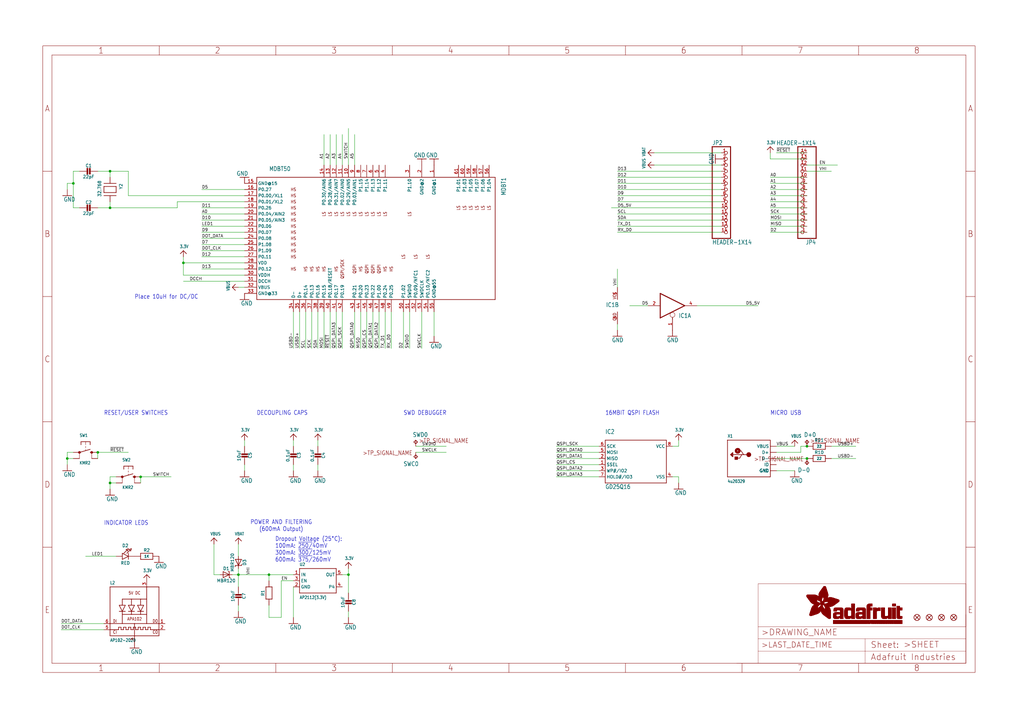
<source format=kicad_sch>
(kicad_sch (version 20211123) (generator eeschema)
  (paper "User" 425.45 299.161)
  (lib_symbols
    (symbol "eagleSchem-eagle-import:3.3V" (power)
      (property "Value" "3.3V" (at -1.524 1.016 0))
      (symbol "3.3V_1_0"
        (pin power_in line (at 0 -2.54 90) (length 2.54) (name "3.3V") (number "1"))
      )
    )
    (symbol "eagleSchem-eagle-import:741G125DBV"
      (property "Reference" "IC" (at -0.635 -0.635 0))
      (symbol "741G125DBV_1_0"
        (pin input line (at 0 10.16 270) (length 5.08) (name "OE") (number "1"))
        (pin input line (at -10.16 0 0) (length 5.08) (name "I") (number "2"))
        (pin tri_state line (at 10.16 0 180) (length 5.08) (name "O") (number "4"))
      )
      (symbol "741G125DBV_2_0"
        (text "GND" (at 1.905 -6.35 900) (effects (font (size 1.27 1.0795)) (justify left bottom)))
        (text "VCC" (at 1.905 2.54 900) (effects (font (size 1.27 1.0795)) (justify left bottom)))
        (pin power_in line (at 0 -7.62 90) (length 5.08) (name "GND") (number "3"))
        (pin power_in line (at 0 7.62 270) (length 5.08) (name "VCC") (number "5"))
      )
    )
    (symbol "eagleSchem-eagle-import:APA1022020"
      (property "Value" "APA1022020" (at -10.16 -12.7 0))
      (symbol "APA1022020_1_0"
        (text "5V DC" (at 0 7.62 0) (effects (font (size 1.27 1.0795))))
        (text "APA102" (at 0 -3.175 0) (effects (font (size 1.27 1.0795))))
        (text "CI" (at -8.128 -8.636 0) (effects (font (size 1.27 1.0795))))
        (text "CO" (at 8.636 -8.636 0) (effects (font (size 1.27 1.0795))))
        (text "DI" (at -8.128 -4.064 0) (effects (font (size 1.27 1.0795))))
        (text "DO" (at 8.636 -4.064 0) (effects (font (size 1.27 1.0795))))
        (pin output line (at 12.7 -5.08 180) (length 2.54) (name "DO") (number "1"))
        (pin output line (at 12.7 -7.62 180) (length 2.54) (name "CKO") (number "2"))
        (pin power_in line (at 5.08 12.7 270) (length 2.54) (name "VDD") (number "3"))
        (pin power_in line (at 0 -12.7 90) (length 2.54) (name "GND") (number "4"))
        (pin input line (at -12.7 -7.62 0) (length 2.54) (name "CKI") (number "5"))
        (pin input line (at -12.7 -5.08 0) (length 2.54) (name "DI") (number "6"))
      )
    )
    (symbol "eagleSchem-eagle-import:CAP_CERAMIC0603_NO"
      (property "Reference" "C" (at -2.29 1.25 90))
      (property "Value" "CAP_CERAMIC0603_NO" (at 2.3 1.25 90))
      (symbol "CAP_CERAMIC0603_NO_1_0"
        (pin passive line (at 0 5.08 270) (length 2.54) (name "1") (number "1"))
        (pin passive line (at 0 -2.54 90) (length 2.54) (name "2") (number "2"))
      )
    )
    (symbol "eagleSchem-eagle-import:CAP_CERAMIC0805-NOOUTLINE"
      (property "Reference" "C" (at -2.29 1.25 90))
      (property "Value" "CAP_CERAMIC0805-NOOUTLINE" (at 2.3 1.25 90))
      (symbol "CAP_CERAMIC0805-NOOUTLINE_1_0"
        (pin passive line (at 0 5.08 270) (length 2.54) (name "1") (number "1"))
        (pin passive line (at 0 -2.54 90) (length 2.54) (name "2") (number "2"))
      )
    )
    (symbol "eagleSchem-eagle-import:CAP_CERAMIC_0603MP"
      (property "Reference" "C" (at -2.29 1.25 90))
      (property "Value" "CAP_CERAMIC_0603MP" (at 2.3 1.25 90))
      (symbol "CAP_CERAMIC_0603MP_1_0"
        (pin passive line (at 0 5.08 270) (length 2.54) (name "1") (number "1"))
        (pin passive line (at 0 -2.54 90) (length 2.54) (name "2") (number "2"))
      )
    )
    (symbol "eagleSchem-eagle-import:DIODE-SCHOTTKYSOD-123"
      (property "Reference" "D" (at 0 2.54 0))
      (property "Value" "DIODE-SCHOTTKYSOD-123" (at 0 -2.5 0))
      (symbol "DIODE-SCHOTTKYSOD-123_1_0"
        (pin passive line (at -2.54 0 0) (length 2.54) (name "A") (number "A"))
        (pin passive line (at 2.54 0 180) (length 2.54) (name "C") (number "C"))
      )
    )
    (symbol "eagleSchem-eagle-import:FIDUCIAL_1MM")
    (symbol "eagleSchem-eagle-import:FRAME_A3_ADAFRUIT"
      (symbol "FRAME_A3_ADAFRUIT_1_0"
        (text "1" (at 24.2094 1.905 0) (effects (font (size 2.54 2.286))))
        (text "1" (at 24.2094 258.445 0) (effects (font (size 2.54 2.286))))
        (text "2" (at 72.6281 1.905 0) (effects (font (size 2.54 2.286))))
        (text "2" (at 72.6281 258.445 0) (effects (font (size 2.54 2.286))))
        (text "3" (at 121.0469 1.905 0) (effects (font (size 2.54 2.286))))
        (text "3" (at 121.0469 258.445 0) (effects (font (size 2.54 2.286))))
        (text "4" (at 169.4656 1.905 0) (effects (font (size 2.54 2.286))))
        (text "4" (at 169.4656 258.445 0) (effects (font (size 2.54 2.286))))
        (text "5" (at 217.8844 1.905 0) (effects (font (size 2.54 2.286))))
        (text "5" (at 217.8844 258.445 0) (effects (font (size 2.54 2.286))))
        (text "6" (at 266.3031 1.905 0) (effects (font (size 2.54 2.286))))
        (text "6" (at 266.3031 258.445 0) (effects (font (size 2.54 2.286))))
        (text "7" (at 314.7219 1.905 0) (effects (font (size 2.54 2.286))))
        (text "7" (at 314.7219 258.445 0) (effects (font (size 2.54 2.286))))
        (text "8" (at 363.1406 1.905 0) (effects (font (size 2.54 2.286))))
        (text "8" (at 363.1406 258.445 0) (effects (font (size 2.54 2.286))))
        (text ">DRAWING_NAME" (at 298.45 15.24 0) (effects (font (size 2.54 2.54)) (justify left bottom)))
        (text ">LAST_DATE_TIME" (at 298.45 10.16 0) (effects (font (size 2.286 2.286)) (justify left bottom)))
        (text ">SHEET" (at 357.505 10.16 0) (effects (font (size 2.54 2.54)) (justify left bottom)))
        (text "A" (at 1.905 234.315 0) (effects (font (size 2.54 2.286))))
        (text "A" (at 385.445 234.315 0) (effects (font (size 2.54 2.286))))
        (text "Adafruit Industries" (at 343.916 4.953 0) (effects (font (size 2.54 2.54)) (justify left bottom)))
        (text "B" (at 1.905 182.245 0) (effects (font (size 2.54 2.286))))
        (text "B" (at 385.445 182.245 0) (effects (font (size 2.54 2.286))))
        (text "C" (at 1.905 130.175 0) (effects (font (size 2.54 2.286))))
        (text "C" (at 385.445 130.175 0) (effects (font (size 2.54 2.286))))
        (text "D" (at 1.905 78.105 0) (effects (font (size 2.54 2.286))))
        (text "D" (at 385.445 78.105 0) (effects (font (size 2.54 2.286))))
        (text "E" (at 1.905 26.035 0) (effects (font (size 2.54 2.286))))
        (text "E" (at 385.445 26.035 0) (effects (font (size 2.54 2.286))))
        (text "Sheet:" (at 343.916 10.033 0) (effects (font (size 2.54 2.54)) (justify left bottom)))
      )
    )
    (symbol "eagleSchem-eagle-import:GND" (power)
      (property "Value" "GND" (at -2.54 -2.54 0))
      (symbol "GND_1_0"
        (pin power_in line (at 0 2.54 270) (length 2.54) (name "GND") (number "1"))
      )
    )
    (symbol "eagleSchem-eagle-import:HEADER-1X14"
      (property "Reference" "JP" (at -6.35 20.955 0))
      (property "Value" "HEADER-1X14" (at -6.35 -20.32 0))
      (symbol "HEADER-1X14_1_0"
        (pin passive inverted (at -2.54 17.78 0) (length 2.54) (name "1") (number "1"))
        (pin passive inverted (at -2.54 -5.08 0) (length 2.54) (name "10") (number "10"))
        (pin passive inverted (at -2.54 -7.62 0) (length 2.54) (name "11") (number "11"))
        (pin passive inverted (at -2.54 -10.16 0) (length 2.54) (name "12") (number "12"))
        (pin passive inverted (at -2.54 -12.7 0) (length 2.54) (name "13") (number "13"))
        (pin passive inverted (at -2.54 -15.24 0) (length 2.54) (name "14") (number "14"))
        (pin passive inverted (at -2.54 15.24 0) (length 2.54) (name "2") (number "2"))
        (pin passive inverted (at -2.54 12.7 0) (length 2.54) (name "3") (number "3"))
        (pin passive inverted (at -2.54 10.16 0) (length 2.54) (name "4") (number "4"))
        (pin passive inverted (at -2.54 7.62 0) (length 2.54) (name "5") (number "5"))
        (pin passive inverted (at -2.54 5.08 0) (length 2.54) (name "6") (number "6"))
        (pin passive inverted (at -2.54 2.54 0) (length 2.54) (name "7") (number "7"))
        (pin passive inverted (at -2.54 0 0) (length 2.54) (name "8") (number "8"))
        (pin passive inverted (at -2.54 -2.54 0) (length 2.54) (name "9") (number "9"))
      )
    )
    (symbol "eagleSchem-eagle-import:LED0805_NOOUTLINE"
      (property "Reference" "D" (at -1.27 4.445 0))
      (property "Value" "LED0805_NOOUTLINE" (at -1.27 -2.794 0))
      (symbol "LED0805_NOOUTLINE_1_0"
        (pin passive line (at -5.08 0 0) (length 2.54) (name "A") (number "A"))
        (pin passive line (at 2.54 0 180) (length 2.54) (name "C") (number "C"))
      )
    )
    (symbol "eagleSchem-eagle-import:MDBT50"
      (property "Reference" "MDBT50" (at -25.4 50.8 0))
      (property "Value" "MDBT50" (at -25.4 -63.5 0))
      (symbol "MDBT50_1_0"
        (text "HS" (at -20.32 -35.56 900) (effects (font (size 1.27 1.0795))))
        (text "HS" (at -17.78 -35.56 900) (effects (font (size 1.27 1.0795))))
        (text "HS" (at -15.24 -35.56 900) (effects (font (size 1.27 1.0795))))
        (text "HS" (at -12.7 -35.56 900) (effects (font (size 1.27 1.0795))))
        (text "HS" (at -10.16 -35.56 900) (effects (font (size 1.27 1.0795))))
        (text "HS" (at -7.62 -35.56 900) (effects (font (size 1.27 1.0795))))
        (text "HS" (at -5.08 -35.56 900) (effects (font (size 1.27 1.0795))))
        (text "HS" (at -2.54 -35.56 900) (effects (font (size 1.27 1.0795))))
        (text "HS" (at 0 -35.56 900) (effects (font (size 1.27 1.0795))))
        (text "HS" (at 2.54 -35.56 900) (effects (font (size 1.27 1.0795))))
        (text "HS" (at 5.08 -35.56 900) (effects (font (size 1.27 1.0795))))
        (text "HS" (at 7.62 -35.56 900) (effects (font (size 1.27 1.0795))))
        (text "HS" (at 12.7 -35.56 900) (effects (font (size 1.27 1.0795))))
        (text "HS" (at 12.7 -30.48 0) (effects (font (size 1.27 1.0795))))
        (text "HS" (at 12.7 -27.94 0) (effects (font (size 1.27 1.0795))))
        (text "HS" (at 12.7 -25.4 0) (effects (font (size 1.27 1.0795))))
        (text "HS" (at 12.7 -22.86 0) (effects (font (size 1.27 1.0795))))
        (text "HS" (at 12.7 -17.78 0) (effects (font (size 1.27 1.0795))))
        (text "HS" (at 12.7 -7.62 0) (effects (font (size 1.27 1.0795))))
        (text "HS" (at 12.7 2.54 0) (effects (font (size 1.27 1.0795))))
        (text "HS" (at 12.7 5.08 0) (effects (font (size 1.27 1.0795))))
        (text "LS" (at -12.7 33.02 0) (effects (font (size 1.27 1.0795))))
        (text "LS" (at -12.7 35.56 0) (effects (font (size 1.27 1.0795))))
        (text "LS" (at -12.7 38.1 0) (effects (font (size 1.27 1.0795))))
        (text "LS" (at -12.7 40.64 0) (effects (font (size 1.27 1.0795))))
        (text "LS" (at -12.7 43.18 0) (effects (font (size 1.27 1.0795))))
        (text "LS" (at -12.7 45.72 0) (effects (font (size 1.27 1.0795))))
        (text "LS" (at -10.16 -22.86 0) (effects (font (size 1.27 1.0795))))
        (text "LS" (at -10.16 -20.32 0) (effects (font (size 1.27 1.0795))))
        (text "LS" (at -10.16 -17.78 0) (effects (font (size 1.27 1.0795))))
        (text "LS" (at -10.16 -15.24 0) (effects (font (size 1.27 1.0795))))
        (text "LS" (at -10.16 -12.7 0) (effects (font (size 1.27 1.0795))))
        (text "LS" (at -10.16 -10.16 0) (effects (font (size 1.27 1.0795))))
        (text "LS" (at -10.16 -7.62 0) (effects (font (size 1.27 1.0795))))
        (text "LS" (at -10.16 -5.08 0) (effects (font (size 1.27 1.0795))))
        (text "LS" (at -10.16 -2.54 0) (effects (font (size 1.27 1.0795))))
        (text "LS" (at -10.16 0 0) (effects (font (size 1.27 1.0795))))
        (text "LS" (at -10.16 2.54 0) (effects (font (size 1.27 1.0795))))
        (text "LS" (at -10.16 12.7 0) (effects (font (size 1.27 1.0795))))
        (text "LS" (at 7.62 10.16 0) (effects (font (size 1.27 1.0795))))
        (text "LS" (at 7.62 15.24 0) (effects (font (size 1.27 1.0795))))
        (text "LS" (at 7.62 20.32 0) (effects (font (size 1.27 1.0795))))
        (text "QSPI" (at 12.7 -10.16 0) (effects (font (size 1.27 1.0795))))
        (text "QSPI" (at 12.7 -5.08 0) (effects (font (size 1.27 1.0795))))
        (text "QSPI" (at 12.7 -2.54 0) (effects (font (size 1.27 1.0795))))
        (text "QSPI" (at 12.7 0 0) (effects (font (size 1.27 1.0795))))
        (text "QSPI/SCK" (at 12.7 -15.24 0) (effects (font (size 1.27 1.0795))))
        (pin bidirectional line (at -30.48 22.86 0) (length 5.08) (name "GND@1") (number "1"))
        (pin bidirectional line (at -30.48 -12.7 0) (length 5.08) (name "P0.29/AIN5") (number "10"))
        (pin bidirectional line (at -30.48 -15.24 0) (length 5.08) (name "P0.02/AIN0") (number "11"))
        (pin bidirectional line (at -30.48 -17.78 0) (length 5.08) (name "P0.31/AIN7") (number "12"))
        (pin bidirectional line (at -30.48 -20.32 0) (length 5.08) (name "P0.28/AIN4") (number "13"))
        (pin bidirectional line (at -30.48 -22.86 0) (length 5.08) (name "P0.30/AIN6") (number "14"))
        (pin bidirectional line (at -22.86 -55.88 90) (length 5.08) (name "GND@15") (number "15"))
        (pin bidirectional line (at -20.32 -55.88 90) (length 5.08) (name "P0.27") (number "16"))
        (pin bidirectional line (at -17.78 -55.88 90) (length 5.08) (name "P0.00/XL1") (number "17"))
        (pin bidirectional line (at -15.24 -55.88 90) (length 5.08) (name "P0.01/XL2") (number "18"))
        (pin bidirectional line (at -12.7 -55.88 90) (length 5.08) (name "P0.26") (number "19"))
        (pin bidirectional line (at -30.48 17.78 0) (length 5.08) (name "GND@2") (number "2"))
        (pin bidirectional line (at -10.16 -55.88 90) (length 5.08) (name "P0.04/AIN2") (number "20"))
        (pin bidirectional line (at -7.62 -55.88 90) (length 5.08) (name "P0.05/AIN3") (number "21"))
        (pin bidirectional line (at -5.08 -55.88 90) (length 5.08) (name "P0.06") (number "22"))
        (pin bidirectional line (at -2.54 -55.88 90) (length 5.08) (name "P0.07") (number "23"))
        (pin bidirectional line (at 0 -55.88 90) (length 5.08) (name "P0.08") (number "24"))
        (pin bidirectional line (at 2.54 -55.88 90) (length 5.08) (name "P1.08") (number "25"))
        (pin bidirectional line (at 5.08 -55.88 90) (length 5.08) (name "P1.09") (number "26"))
        (pin bidirectional line (at 7.62 -55.88 90) (length 5.08) (name "P0.11") (number "27"))
        (pin bidirectional line (at 10.16 -55.88 90) (length 5.08) (name "VDD") (number "28"))
        (pin bidirectional line (at 12.7 -55.88 90) (length 5.08) (name "P0.12") (number "29"))
        (pin bidirectional line (at -30.48 12.7 0) (length 5.08) (name "P1.10") (number "3"))
        (pin bidirectional line (at 15.24 -55.88 90) (length 5.08) (name "VDDH") (number "30"))
        (pin bidirectional line (at 17.78 -55.88 90) (length 5.08) (name "DCCH") (number "31"))
        (pin bidirectional line (at 20.32 -55.88 90) (length 5.08) (name "VBUS") (number "32"))
        (pin bidirectional line (at 22.86 -55.88 90) (length 5.08) (name "GND@33") (number "33"))
        (pin bidirectional line (at 30.48 -35.56 180) (length 5.08) (name "D-") (number "34"))
        (pin bidirectional line (at 30.48 -33.02 180) (length 5.08) (name "D+") (number "35"))
        (pin bidirectional line (at 30.48 -30.48 180) (length 5.08) (name "P0.14") (number "36"))
        (pin bidirectional line (at 30.48 -27.94 180) (length 5.08) (name "P0.13") (number "37"))
        (pin bidirectional line (at 30.48 -25.4 180) (length 5.08) (name "P0.16") (number "38"))
        (pin bidirectional line (at 30.48 -22.86 180) (length 5.08) (name "P0.15") (number "39"))
        (pin bidirectional line (at -30.48 2.54 0) (length 5.08) (name "P1.11") (number "4"))
        (pin bidirectional line (at 30.48 -20.32 180) (length 5.08) (name "P0.18/RESET") (number "40"))
        (pin bidirectional line (at 30.48 -17.78 180) (length 5.08) (name "P0.17") (number "41"))
        (pin bidirectional line (at 30.48 -15.24 180) (length 5.08) (name "P0.19") (number "42"))
        (pin bidirectional line (at 30.48 -10.16 180) (length 5.08) (name "P0.21") (number "43"))
        (pin bidirectional line (at 30.48 -7.62 180) (length 5.08) (name "P0.20") (number "44"))
        (pin bidirectional line (at 30.48 -5.08 180) (length 5.08) (name "P0.23") (number "45"))
        (pin bidirectional line (at 30.48 -2.54 180) (length 5.08) (name "P0.22") (number "46"))
        (pin bidirectional line (at 30.48 0 180) (length 5.08) (name "P1.00") (number "47"))
        (pin bidirectional line (at 30.48 2.54 180) (length 5.08) (name "P0.24") (number "48"))
        (pin bidirectional line (at 30.48 5.08 180) (length 5.08) (name "P0.25") (number "49"))
        (pin bidirectional line (at -30.48 0 0) (length 5.08) (name "P1.12") (number "5"))
        (pin bidirectional line (at 30.48 10.16 180) (length 5.08) (name "P1.02") (number "50"))
        (pin bidirectional line (at 30.48 12.7 180) (length 5.08) (name "SWDIO") (number "51"))
        (pin bidirectional line (at 30.48 15.24 180) (length 5.08) (name "P0.09/NFC1") (number "52"))
        (pin bidirectional line (at 30.48 17.78 180) (length 5.08) (name "SWDCLK") (number "53"))
        (pin bidirectional line (at 30.48 20.32 180) (length 5.08) (name "P0.10/NFC2") (number "54"))
        (pin bidirectional line (at 30.48 22.86 180) (length 5.08) (name "GND@55") (number "55"))
        (pin bidirectional line (at -30.48 45.72 0) (length 5.08) (name "P1.04") (number "56"))
        (pin bidirectional line (at -30.48 43.18 0) (length 5.08) (name "P1.06") (number "57"))
        (pin bidirectional line (at -30.48 40.64 0) (length 5.08) (name "P1.07") (number "58"))
        (pin bidirectional line (at -30.48 38.1 0) (length 5.08) (name "P1.05") (number "59"))
        (pin bidirectional line (at -30.48 -2.54 0) (length 5.08) (name "P1.13") (number "6"))
        (pin bidirectional line (at -30.48 35.56 0) (length 5.08) (name "P1.03") (number "60"))
        (pin bidirectional line (at -30.48 33.02 0) (length 5.08) (name "P1.01") (number "61"))
        (pin bidirectional line (at -30.48 -5.08 0) (length 5.08) (name "P1.14") (number "7"))
        (pin bidirectional line (at -30.48 -7.62 0) (length 5.08) (name "P1.15") (number "8"))
        (pin bidirectional line (at -30.48 -10.16 0) (length 5.08) (name "P0.03/AIN1") (number "9"))
      )
    )
    (symbol "eagleSchem-eagle-import:RESISTOR_0603_NOOUT"
      (property "Reference" "R" (at 0 2.54 0))
      (property "Value" "RESISTOR_0603_NOOUT" (at 0 0 0))
      (symbol "RESISTOR_0603_NOOUT_1_0"
        (pin passive line (at -5.08 0 0) (length 2.54) (name "1") (number "1"))
        (pin passive line (at 5.08 0 180) (length 2.54) (name "2") (number "2"))
      )
    )
    (symbol "eagleSchem-eagle-import:SPIFLASH_8PINUX"
      (property "Reference" "U" (at -12.7 12.7 0))
      (property "Value" "SPIFLASH_8PINUX" (at -12.7 -10.16 0))
      (symbol "SPIFLASH_8PINUX_1_0"
        (pin bidirectional line (at -15.24 0 0) (length 2.54) (name "SSEL") (number "1"))
        (pin bidirectional line (at -15.24 2.54 0) (length 2.54) (name "MISO") (number "2"))
        (pin bidirectional line (at -15.24 -2.54 0) (length 2.54) (name "WP#/IO2") (number "3"))
        (pin bidirectional line (at 15.24 -5.08 180) (length 2.54) (name "VSS") (number "4"))
        (pin bidirectional line (at -15.24 5.08 0) (length 2.54) (name "MOSI") (number "5"))
        (pin bidirectional line (at -15.24 7.62 0) (length 2.54) (name "SCK") (number "6"))
        (pin bidirectional line (at -15.24 -5.08 0) (length 2.54) (name "HOLD#/IO3") (number "7"))
        (pin bidirectional line (at 15.24 7.62 180) (length 2.54) (name "VCC") (number "8"))
      )
    )
    (symbol "eagleSchem-eagle-import:SWITCH_TACT_SMT4.6X2.8"
      (property "Reference" "SW" (at -2.54 6.35 0))
      (property "Value" "SWITCH_TACT_SMT4.6X2.8" (at -2.54 -5.08 0))
      (symbol "SWITCH_TACT_SMT4.6X2.8_1_0"
        (pin passive line (at -5.08 0 0) (length 2.54) (name "P") (number "A"))
        (pin passive line (at -5.08 -2.54 0) (length 2.54) (name "P1") (number "A'"))
        (pin passive line (at 5.08 0 180) (length 2.54) (name "S") (number "B"))
        (pin passive line (at 5.08 -2.54 180) (length 2.54) (name "S1") (number "B'"))
      )
    )
    (symbol "eagleSchem-eagle-import:TPTP10R"
      (property "Reference" "TP" (at -1.27 1.27 0))
      (symbol "TPTP10R_1_0"
        (text ">TP_SIGNAL_NAME" (at 1.27 -1.27 0) (effects (font (size 1.778 1.5113)) (justify left bottom)))
        (pin input line (at 0 -2.54 90) (length 2.54) (name "TP") (number "TP"))
      )
    )
    (symbol "eagleSchem-eagle-import:TPTP13R"
      (property "Reference" "TP" (at -1.27 1.27 0))
      (symbol "TPTP13R_1_0"
        (text ">TP_SIGNAL_NAME" (at 1.27 -1.27 0) (effects (font (size 1.778 1.5113)) (justify left bottom)))
        (pin input line (at 0 -2.54 90) (length 2.54) (name "TP") (number "TP"))
      )
    )
    (symbol "eagleSchem-eagle-import:USB_MICRO_20329_V2"
      (property "Reference" "X" (at -10.16 8.636 0))
      (property "Value" "USB_MICRO_20329_V2" (at -10.16 -10.16 0))
      (symbol "USB_MICRO_20329_V2_1_0"
        (pin power_in line (at 10.16 -5.08 180) (length 2.54) (name "GND") (number "BASE@1"))
        (pin power_in line (at 10.16 -5.08 180) (length 2.54) (name "GND") (number "BASE@2"))
        (pin bidirectional line (at 10.16 2.54 180) (length 2.54) (name "D+") (number "D+"))
        (pin bidirectional line (at 10.16 0 180) (length 2.54) (name "D-") (number "D-"))
        (pin power_in line (at 10.16 -5.08 180) (length 2.54) (name "GND") (number "GND"))
        (pin bidirectional line (at 10.16 -2.54 180) (length 2.54) (name "ID") (number "ID"))
        (pin power_in line (at 10.16 -5.08 180) (length 2.54) (name "GND") (number "SPRT@1"))
        (pin power_in line (at 10.16 -5.08 180) (length 2.54) (name "GND") (number "SPRT@2"))
        (pin power_in line (at 10.16 -5.08 180) (length 2.54) (name "GND") (number "SPRT@3"))
        (pin power_in line (at 10.16 -5.08 180) (length 2.54) (name "GND") (number "SPRT@4"))
        (pin power_in line (at 10.16 5.08 180) (length 2.54) (name "VBUS") (number "VBUS"))
      )
    )
    (symbol "eagleSchem-eagle-import:VBAT" (power)
      (property "Value" "VBAT" (at -1.524 1.016 0))
      (symbol "VBAT_1_0"
        (pin power_in line (at 0 -2.54 90) (length 2.54) (name "VBAT") (number "1"))
      )
    )
    (symbol "eagleSchem-eagle-import:VBUS" (power)
      (property "Value" "VBUS" (at -1.524 1.016 0))
      (symbol "VBUS_1_0"
        (pin power_in line (at 0 -2.54 90) (length 2.54) (name "VBUS") (number "1"))
      )
    )
    (symbol "eagleSchem-eagle-import:VREG_SOT23-5"
      (property "Reference" "U" (at -7.62 6.096 0))
      (property "Value" "VREG_SOT23-5" (at -7.62 -7.62 0))
      (symbol "VREG_SOT23-5_1_0"
        (pin power_in line (at -10.16 2.54 0) (length 2.54) (name "IN") (number "1"))
        (pin power_in line (at -10.16 -2.54 0) (length 2.54) (name "GND") (number "2"))
        (pin input line (at -10.16 0 0) (length 2.54) (name "EN") (number "3"))
        (pin bidirectional line (at 10.16 -2.54 180) (length 2.54) (name "P4") (number "4"))
        (pin power_in line (at 10.16 2.54 180) (length 2.54) (name "OUT") (number "5"))
      )
    )
    (symbol "eagleSchem-eagle-import:XTAL-3.2X1.5"
      (property "Reference" "X" (at -2.54 3.81 0))
      (property "Value" "XTAL-3.2X1.5" (at -3.81 -5.08 0))
      (symbol "XTAL-3.2X1.5_1_0"
        (pin bidirectional line (at -5.08 0 0) (length 2.54) (name "P$1") (number "P$1"))
        (pin bidirectional line (at 5.08 0 180) (length 2.54) (name "P$2") (number "P$2"))
      )
    )
  )
  (junction (at 45.72 86.36))
  (junction (at 45.72 200.66))
  (junction (at 27.94 190.5))
  (junction (at 30.48 76.2))
  (junction (at 144.78 238.76))
  (junction (at 99.06 238.76))
  (junction (at 58.42 198.12))
  (junction (at 335.28 190.5))
  (junction (at 76.2 109.22))
  (junction (at 111.76 238.76))
  (junction (at 40.64 187.96))
  (junction (at 335.28 185.42))
  (junction (at 45.72 71.12))
  (wire (pts (xy 101.6 93.98) (xy 83.82 93.98)))
  (wire (pts (xy 147.32 144.78) (xy 147.32 129.54)))
  (wire (pts (xy 101.6 99.06) (xy 83.82 99.06)))
  (wire (pts (xy 335.28 73.66) (xy 320.04 73.66)))
  (wire (pts (xy 134.62 68.58) (xy 134.62 55.88)))
  (wire (pts (xy 175.26 129.54) (xy 175.26 144.78)))
  (wire (pts (xy 335.28 63.5) (xy 322.58 63.5)))
  (wire (pts (xy 121.92 238.76) (xy 111.76 238.76)))
  (wire (pts (xy 101.6 86.36) (xy 83.82 86.36)))
  (wire (pts (xy 30.48 187.96) (xy 27.94 187.96)))
  (wire (pts (xy 27.94 190.5) (xy 27.94 193.04)))
  (wire (pts (xy 160.02 129.54) (xy 160.02 144.78)))
  (wire (pts (xy 137.16 129.54) (xy 137.16 144.78)))
  (wire (pts (xy 355.6 190.5) (xy 345.44 190.5)))
  (wire (pts (xy 335.28 83.82) (xy 320.04 83.82)))
  (wire (pts (xy 139.7 144.78) (xy 139.7 129.54)))
  (wire (pts (xy 162.56 129.54) (xy 162.56 144.78)))
  (wire (pts (xy 48.26 231.14) (xy 35.56 231.14)))
  (wire (pts (xy 121.92 193.04) (xy 121.92 195.58)))
  (wire (pts (xy 40.64 187.96) (xy 53.34 187.96)))
  (wire (pts (xy 76.2 114.3) (xy 76.2 109.22)))
  (wire (pts (xy 279.4 198.12) (xy 281.94 198.12)))
  (wire (pts (xy 271.78 63.5) (xy 299.72 63.5)))
  (wire (pts (xy 322.58 190.5) (xy 335.28 190.5)))
  (wire (pts (xy 256.54 111.76) (xy 256.54 119.38)))
  (wire (pts (xy 30.48 76.2) (xy 30.48 86.36)))
  (wire (pts (xy 134.62 129.54) (xy 134.62 144.78)))
  (wire (pts (xy 322.58 195.58) (xy 330.2 195.58)))
  (wire (pts (xy 231.14 198.12) (xy 248.92 198.12)))
  (wire (pts (xy 33.02 71.12) (xy 30.48 71.12)))
  (wire (pts (xy 154.94 129.54) (xy 154.94 144.78)))
  (wire (pts (xy 99.06 238.76) (xy 111.76 238.76)))
  (wire (pts (xy 335.28 91.44) (xy 320.04 91.44)))
  (wire (pts (xy 157.48 129.54) (xy 157.48 144.78)))
  (wire (pts (xy 124.46 129.54) (xy 124.46 144.78)))
  (wire (pts (xy 139.7 68.58) (xy 139.7 55.88)))
  (wire (pts (xy 111.76 256.54) (xy 111.76 251.46)))
  (wire (pts (xy 142.24 68.58) (xy 142.24 55.88)))
  (wire (pts (xy 40.64 187.96) (xy 40.64 190.5)))
  (wire (pts (xy 45.72 200.66) (xy 45.72 203.2)))
  (wire (pts (xy 149.86 144.78) (xy 149.86 129.54)))
  (wire (pts (xy 83.82 106.68) (xy 101.6 106.68)))
  (wire (pts (xy 289.56 127) (xy 314.96 127)))
  (wire (pts (xy 144.78 246.38) (xy 144.78 238.76)))
  (wire (pts (xy 99.06 251.46) (xy 99.06 254)))
  (wire (pts (xy 121.92 144.78) (xy 121.92 129.54)))
  (wire (pts (xy 320.04 93.98) (xy 335.28 93.98)))
  (wire (pts (xy 299.72 68.58) (xy 271.78 68.58)))
  (wire (pts (xy 53.34 81.28) (xy 53.34 71.12)))
  (wire (pts (xy 73.66 86.36) (xy 45.72 86.36)))
  (wire (pts (xy 170.18 129.54) (xy 170.18 144.78)))
  (wire (pts (xy 27.94 187.96) (xy 27.94 190.5)))
  (wire (pts (xy 132.08 185.42) (xy 132.08 182.88)))
  (wire (pts (xy 299.72 93.98) (xy 256.54 93.98)))
  (wire (pts (xy 121.92 243.84) (xy 121.92 256.54)))
  (wire (pts (xy 320.04 76.2) (xy 335.28 76.2)))
  (wire (pts (xy 231.14 190.5) (xy 248.92 190.5)))
  (wire (pts (xy 167.64 129.54) (xy 167.64 144.78)))
  (wire (pts (xy 335.28 96.52) (xy 320.04 96.52)))
  (wire (pts (xy 330.2 185.42) (xy 322.58 185.42)))
  (wire (pts (xy 248.92 185.42) (xy 231.14 185.42)))
  (wire (pts (xy 127 129.54) (xy 127 144.78)))
  (wire (pts (xy 335.28 68.58) (xy 347.98 68.58)))
  (wire (pts (xy 172.72 187.96) (xy 185.42 187.96)))
  (wire (pts (xy 299.72 81.28) (xy 256.54 81.28)))
  (wire (pts (xy 101.6 114.3) (xy 76.2 114.3)))
  (wire (pts (xy 45.72 198.12) (xy 45.72 200.66)))
  (wire (pts (xy 101.6 88.9) (xy 83.82 88.9)))
  (wire (pts (xy 279.4 185.42) (xy 281.94 185.42)))
  (wire (pts (xy 101.6 104.14) (xy 83.82 104.14)))
  (wire (pts (xy 88.9 238.76) (xy 88.9 226.06)))
  (wire (pts (xy 30.48 71.12) (xy 30.48 76.2)))
  (wire (pts (xy 180.34 139.7) (xy 180.34 129.54)))
  (wire (pts (xy 43.18 259.08) (xy 25.4 259.08)))
  (wire (pts (xy 73.66 83.82) (xy 73.66 86.36)))
  (wire (pts (xy 99.06 226.06) (xy 99.06 231.14)))
  (wire (pts (xy 248.92 187.96) (xy 231.14 187.96)))
  (wire (pts (xy 256.54 134.62) (xy 256.54 137.16)))
  (wire (pts (xy 101.6 185.42) (xy 101.6 182.88)))
  (wire (pts (xy 121.92 241.3) (xy 116.84 241.3)))
  (wire (pts (xy 101.6 91.44) (xy 83.82 91.44)))
  (wire (pts (xy 101.6 81.28) (xy 53.34 81.28)))
  (wire (pts (xy 132.08 129.54) (xy 132.08 144.78)))
  (wire (pts (xy 101.6 111.76) (xy 83.82 111.76)))
  (wire (pts (xy 256.54 78.74) (xy 299.72 78.74)))
  (wire (pts (xy 256.54 73.66) (xy 299.72 73.66)))
  (wire (pts (xy 83.82 101.6) (xy 101.6 101.6)))
  (wire (pts (xy 322.58 187.96) (xy 332.74 187.96)))
  (wire (pts (xy 45.72 86.36) (xy 45.72 83.82)))
  (wire (pts (xy 48.26 198.12) (xy 45.72 198.12)))
  (wire (pts (xy 121.92 185.42) (xy 121.92 182.88)))
  (wire (pts (xy 256.54 83.82) (xy 299.72 83.82)))
  (wire (pts (xy 101.6 83.82) (xy 73.66 83.82)))
  (wire (pts (xy 48.26 200.66) (xy 45.72 200.66)))
  (wire (pts (xy 231.14 193.04) (xy 248.92 193.04)))
  (wire (pts (xy 142.24 144.78) (xy 142.24 129.54)))
  (wire (pts (xy 332.74 187.96) (xy 332.74 185.42)))
  (wire (pts (xy 335.28 88.9) (xy 320.04 88.9)))
  (wire (pts (xy 99.06 243.84) (xy 99.06 238.76)))
  (wire (pts (xy 320.04 63.5) (xy 320.04 66.04)))
  (wire (pts (xy 142.24 238.76) (xy 144.78 238.76)))
  (wire (pts (xy 144.78 68.58) (xy 144.78 53.34)))
  (wire (pts (xy 137.16 68.58) (xy 137.16 55.88)))
  (wire (pts (xy 320.04 81.28) (xy 335.28 81.28)))
  (wire (pts (xy 30.48 86.36) (xy 33.02 86.36)))
  (wire (pts (xy 231.14 195.58) (xy 248.92 195.58)))
  (wire (pts (xy 132.08 193.04) (xy 132.08 195.58)))
  (wire (pts (xy 281.94 198.12) (xy 281.94 200.66)))
  (wire (pts (xy 101.6 119.38) (xy 99.06 119.38)))
  (wire (pts (xy 129.54 129.54) (xy 129.54 144.78)))
  (wire (pts (xy 91.44 238.76) (xy 88.9 238.76)))
  (wire (pts (xy 111.76 241.3) (xy 111.76 238.76)))
  (wire (pts (xy 40.64 86.36) (xy 45.72 86.36)))
  (wire (pts (xy 256.54 96.52) (xy 299.72 96.52)))
  (wire (pts (xy 144.78 254) (xy 144.78 256.54)))
  (wire (pts (xy 30.48 190.5) (xy 27.94 190.5)))
  (wire (pts (xy 256.54 91.44) (xy 299.72 91.44)))
  (wire (pts (xy 76.2 109.22) (xy 76.2 106.68)))
  (wire (pts (xy 269.24 127) (xy 261.62 127)))
  (wire (pts (xy 355.6 185.42) (xy 345.44 185.42)))
  (wire (pts (xy 299.72 88.9) (xy 256.54 88.9)))
  (wire (pts (xy 335.28 78.74) (xy 320.04 78.74)))
  (wire (pts (xy 147.32 68.58) (xy 147.32 55.88)))
  (wire (pts (xy 45.72 71.12) (xy 45.72 73.66)))
  (wire (pts (xy 332.74 185.42) (xy 335.28 185.42)))
  (wire (pts (xy 335.28 71.12) (xy 345.44 71.12)))
  (wire (pts (xy 320.04 66.04) (xy 335.28 66.04)))
  (wire (pts (xy 320.04 86.36) (xy 335.28 86.36)))
  (wire (pts (xy 27.94 78.74) (xy 27.94 76.2)))
  (wire (pts (xy 299.72 71.12) (xy 256.54 71.12)))
  (wire (pts (xy 101.6 116.84) (xy 76.2 116.84)))
  (wire (pts (xy 101.6 96.52) (xy 83.82 96.52)))
  (wire (pts (xy 152.4 129.54) (xy 152.4 144.78)))
  (wire (pts (xy 58.42 198.12) (xy 71.12 198.12)))
  (wire (pts (xy 53.34 71.12) (xy 45.72 71.12)))
  (wire (pts (xy 101.6 193.04) (xy 101.6 195.58)))
  (wire (pts (xy 299.72 76.2) (xy 256.54 76.2)))
  (wire (pts (xy 101.6 109.22) (xy 76.2 109.22)))
  (wire (pts (xy 99.06 236.22) (xy 99.06 238.76)))
  (wire (pts (xy 116.84 241.3) (xy 116.84 256.54)))
  (wire (pts (xy 27.94 76.2) (xy 30.48 76.2)))
  (wire (pts (xy 116.84 256.54) (xy 111.76 256.54)))
  (wire (pts (xy 144.78 238.76) (xy 144.78 236.22)))
  (wire (pts (xy 101.6 78.74) (xy 83.82 78.74)))
  (wire (pts (xy 25.4 261.62) (xy 43.18 261.62)))
  (wire (pts (xy 185.42 185.42) (xy 172.72 185.42)))
  (wire (pts (xy 40.64 71.12) (xy 45.72 71.12)))
  (wire (pts (xy 281.94 185.42) (xy 281.94 182.88)))
  (wire (pts (xy 58.42 198.12) (xy 58.42 200.66)))
  (wire (pts (xy 96.52 238.76) (xy 99.06 238.76)))
  (wire (pts (xy 299.72 86.36) (xy 254 86.36)))
  (text "DECOUPLING CAPS" (at 106.68 172.72 180) (effects (font (size 1.778 1.5113)) (justify left bottom)))
  (text "SWD DEBUGGER" (at 167.64 172.72 180) (effects (font (size 1.778 1.5113)) (justify left bottom)))
  (text "Place 10uH for DC/DC" (at 55.88 124.46 180) (effects (font (size 1.778 1.5113)) (justify left bottom)))
  (text "MICRO USB" (at 320.04 172.72 180) (effects (font (size 1.778 1.5113)) (justify left bottom)))
  (text "INDICATOR LEDS" (at 43.18 218.44 180) (effects (font (size 1.778 1.5113)) (justify left bottom)))
  (text "RESET/USER SWITCHES" (at 43.18 172.72 180) (effects (font (size 1.778 1.5113)) (justify left bottom)))
  (text "Dropout Voltage (25°C):\n100mA: ~{250/}40mV\n300mA: ~{300/}125mV\n600mA: ~{375/}260mV" (at 114.3 233.68 180) (effects (font (size 1.778 1.5113)) (justify left bottom)))
  (text "16MBIT QSPI FLASH" (at 251.46 172.72 180) (effects (font (size 1.778 1.5113)) (justify left bottom)))
  (text "POWER AND FILTERING\n(600mA Output)" (at 116.84 220.98 180) (effects (font (size 1.778 1.5113)) (justify bottom)))
  (label "DOT_DATA" (at 25.4 259.08 0) (effects (font (size 1.2446 1.2446))))
  (label "D2" (at 167.64 144.78 90) (effects (font (size 1.2446 1.2446))))
  (label "D5" (at 83.82 78.74 0) (effects (font (size 1.2446 1.2446))))
  (label "VHI" (at 340.36 71.12 0) (effects (font (size 1.2446 1.2446))))
  (label "D7" (at 256.54 83.82 0) (effects (font (size 1.2446 1.2446))))
  (label "MOSI" (at 320.04 91.44 0) (effects (font (size 1.2446 1.2446))))
  (label "MISO" (at 149.86 144.78 90) (effects (font (size 1.2446 1.2446))))
  (label "SCK" (at 320.04 88.9 0) (effects (font (size 1.2446 1.2446))))
  (label "SCL" (at 256.54 88.9 0) (effects (font (size 1.2446 1.2446))))
  (label "QSPI_SCK" (at 142.24 144.78 90) (effects (font (size 1.2446 1.2446))))
  (label "D10" (at 83.82 91.44 0) (effects (font (size 1.2446 1.2446))))
  (label "~{RESET}" (at 137.16 144.78 90) (effects (font (size 1.2446 1.2446))))
  (label "SCK" (at 129.54 144.78 90) (effects (font (size 1.2446 1.2446))))
  (label "DOT_CLK" (at 83.82 104.14 0) (effects (font (size 1.2446 1.2446))))
  (label "SWCLK" (at 175.26 187.96 0) (effects (font (size 1.2446 1.2446))))
  (label "USBD-" (at 121.92 144.78 90) (effects (font (size 1.2446 1.2446))))
  (label "A0" (at 320.04 73.66 0) (effects (font (size 1.2446 1.2446))))
  (label "D5_5V" (at 309.88 127 0) (effects (font (size 1.2446 1.2446))))
  (label "A3" (at 139.7 66.04 90) (effects (font (size 1.2446 1.2446))))
  (label "D11" (at 83.82 86.36 0) (effects (font (size 1.2446 1.2446))))
  (label "A4" (at 142.24 66.04 90) (effects (font (size 1.2446 1.2446))))
  (label "SDA" (at 132.08 144.78 90) (effects (font (size 1.2446 1.2446))))
  (label "A4" (at 320.04 83.82 0) (effects (font (size 1.2446 1.2446))))
  (label "QSPI_SCK" (at 231.14 185.42 0) (effects (font (size 1.2446 1.2446))))
  (label "A1" (at 134.62 66.04 90) (effects (font (size 1.2446 1.2446))))
  (label "~{RESET}" (at 322.58 63.5 0) (effects (font (size 1.2446 1.2446))))
  (label "VHI" (at 256.54 115.57 270) (effects (font (size 1.2446 1.2446))))
  (label "D12" (at 256.54 73.66 0) (effects (font (size 1.2446 1.2446))))
  (label "D13" (at 83.82 111.76 0) (effects (font (size 1.2446 1.2446))))
  (label "LED1" (at 83.82 93.98 0) (effects (font (size 1.2446 1.2446))))
  (label "SWITCH" (at 144.78 66.04 90) (effects (font (size 1.2446 1.2446))))
  (label "D11" (at 256.54 76.2 0) (effects (font (size 1.2446 1.2446))))
  (label "A2" (at 137.16 66.04 90) (effects (font (size 1.2446 1.2446))))
  (label "QSPI_DATA0" (at 231.14 187.96 0) (effects (font (size 1.2446 1.2446))))
  (label "QSPI_DATA1" (at 154.94 144.78 90) (effects (font (size 1.2446 1.2446))))
  (label "SDA" (at 256.54 91.44 0) (effects (font (size 1.2446 1.2446))))
  (label "D9" (at 83.82 96.52 0) (effects (font (size 1.2446 1.2446))))
  (label "EN" (at 116.84 241.3 0) (effects (font (size 1.2446 1.2446))))
  (label "USBD-" (at 347.98 190.5 0) (effects (font (size 1.2446 1.2446))))
  (label "D10" (at 256.54 78.74 0) (effects (font (size 1.2446 1.2446))))
  (label "QSPI_DATA3" (at 139.7 144.78 90) (effects (font (size 1.2446 1.2446))))
  (label "MISO" (at 320.04 93.98 0) (effects (font (size 1.2446 1.2446))))
  (label "TX_D1" (at 160.02 144.78 90) (effects (font (size 1.2446 1.2446))))
  (label "MOSI" (at 134.62 144.78 90) (effects (font (size 1.2446 1.2446))))
  (label "SCL" (at 127 144.78 90) (effects (font (size 1.2446 1.2446))))
  (label "D13" (at 256.54 71.12 0) (effects (font (size 1.2446 1.2446))))
  (label "QSPI_CS" (at 152.4 144.78 90) (effects (font (size 1.2446 1.2446))))
  (label "D12" (at 83.82 106.68 0) (effects (font (size 1.2446 1.2446))))
  (label "USBD+" (at 124.46 144.78 90) (effects (font (size 1.2446 1.2446))))
  (label "QSPI_DATA3" (at 231.14 198.12 0) (effects (font (size 1.2446 1.2446))))
  (label "A5" (at 147.32 66.04 90) (effects (font (size 1.2446 1.2446))))
  (label "D2" (at 320.04 96.52 0) (effects (font (size 1.2446 1.2446))))
  (label "VBUS" (at 322.58 185.42 0) (effects (font (size 1.2446 1.2446))))
  (label "RX_D0" (at 256.54 96.52 0) (effects (font (size 1.2446 1.2446))))
  (label "DOT_CLK" (at 25.4 261.62 0) (effects (font (size 1.2446 1.2446))))
  (label "A3" (at 320.04 81.28 0) (effects (font (size 1.2446 1.2446))))
  (label "LED1" (at 38.1 231.14 0) (effects (font (size 1.2446 1.2446))))
  (label "D7" (at 83.82 101.6 0) (effects (font (size 1.2446 1.2446))))
  (label "SWCLK" (at 175.26 144.78 90) (effects (font (size 1.2446 1.2446))))
  (label "QSPI_DATA1" (at 231.14 190.5 0) (effects (font (size 1.2446 1.2446))))
  (label "RX_D0" (at 162.56 144.78 90) (effects (font (size 1.2446 1.2446))))
  (label "SWITCH" (at 63.5 198.12 0) (effects (font (size 1.2446 1.2446))))
  (label "A1" (at 320.04 76.2 0) (effects (font (size 1.2446 1.2446))))
  (label "~{RESET}" (at 45.72 187.96 0) (effects (font (size 1.2446 1.2446))))
  (label "A2" (at 320.04 78.74 0) (effects (font (size 1.2446 1.2446))))
  (label "USBD+" (at 347.98 185.42 0) (effects (font (size 1.2446 1.2446))))
  (label "QSPI_DATA2" (at 157.48 144.78 90) (effects (font (size 1.2446 1.2446))))
  (label "TX_D1" (at 256.54 93.98 0) (effects (font (size 1.2446 1.2446))))
  (label "VHI" (at 104.14 238.76 90) (effects (font (size 1.2446 1.2446))))
  (label "QSPI_CS" (at 231.14 193.04 0) (effects (font (size 1.2446 1.2446))))
  (label "QSPI_DATA2" (at 231.14 195.58 0) (effects (font (size 1.2446 1.2446))))
  (label "A5" (at 320.04 86.36 0) (effects (font (size 1.2446 1.2446))))
  (label "DCCH" (at 78.74 116.84 0) (effects (font (size 1.2446 1.2446))))
  (label "QSPI_DATA0" (at 147.32 144.78 90) (effects (font (size 1.2446 1.2446))))
  (label "D5_5V" (at 256.54 86.36 0) (effects (font (size 1.2446 1.2446))))
  (label "SWDIO" (at 170.18 144.78 90) (effects (font (size 1.2446 1.2446))))
  (label "SWDIO" (at 175.26 185.42 0) (effects (font (size 1.2446 1.2446))))
  (label "DOT_DATA" (at 83.82 99.06 0) (effects (font (size 1.2446 1.2446))))
  (label "D9" (at 256.54 81.28 0) (effects (font (size 1.2446 1.2446))))
  (label "A0" (at 83.82 88.9 0) (effects (font (size 1.2446 1.2446))))
  (label "D5" (at 266.7 127 0) (effects (font (size 1.2446 1.2446))))
  (label "EN" (at 340.36 68.58 0) (effects (font (size 1.2446 1.2446))))
  (symbol (lib_id "eagleSchem-eagle-import:GND") (at 281.94 203.2 0) (unit 1)
    (property "Reference" "#U$56" (effects hide))
    (property "Value" "GND" (at 280.416 205.74 0) (effects (font (size 1.778 1.5113)) (justify left bottom)))
    (property "Footprint" "eagleSchem:" (effects hide))
  )
  (symbol (lib_id "eagleSchem-eagle-import:3.3V") (at 101.6 180.34 0) (unit 1)
    (property "Reference" "#U$22" (effects hide))
    (property "Value" "3.3V" (at 100.076 179.324 0) (effects (font (size 1.27 1.0795)) (justify left bottom)))
    (property "Footprint" "eagleSchem:" (effects hide))
  )
  (symbol (lib_id "eagleSchem-eagle-import:TPTP10R") (at 335.28 182.88 0) (unit 1)
    (property "Reference" "D+0" (at 334.01 181.61 0) (effects (font (size 1.778 1.5113)) (justify left bottom)))
    (property "Value" "TPTP10R" (effects hide))
    (property "Footprint" "eagleSchem:TP10R" (effects hide))
  )
  (symbol (lib_id "eagleSchem-eagle-import:3.3V") (at 121.92 180.34 0) (unit 1)
    (property "Reference" "#U$32" (effects hide))
    (property "Value" "3.3V" (at 120.396 179.324 0) (effects (font (size 1.27 1.0795)) (justify left bottom)))
    (property "Footprint" "eagleSchem:" (effects hide))
  )
  (symbol (lib_id "eagleSchem-eagle-import:GND") (at 27.94 195.58 0) (unit 1)
    (property "Reference" "#U$2" (effects hide))
    (property "Value" "GND" (at 26.416 198.12 0) (effects (font (size 1.778 1.5113)) (justify left bottom)))
    (property "Footprint" "eagleSchem:" (effects hide))
  )
  (symbol (lib_id "eagleSchem-eagle-import:FIDUCIAL_1MM") (at 381 256.54 0) (unit 1)
    (property "Reference" "FID4" (effects hide))
    (property "Value" "FIDUCIAL_1MM" (effects hide))
    (property "Footprint" "eagleSchem:FIDUCIAL_1MM" (effects hide))
  )
  (symbol (lib_id "eagleSchem-eagle-import:CAP_CERAMIC_0603MP") (at 35.56 86.36 270) (unit 1)
    (property "Reference" "C2" (at 36.81 84.07 90))
    (property "Value" "22pF" (at 36.81 88.66 90))
    (property "Footprint" "eagleSchem:_0603MP" (effects hide))
  )
  (symbol (lib_id "eagleSchem-eagle-import:TPTP13R") (at 172.72 190.5 180) (unit 1)
    (property "Reference" "SWC0" (at 173.99 191.77 0) (effects (font (size 1.778 1.5113)) (justify left bottom)))
    (property "Value" "TPTP13R" (effects hide))
    (property "Footprint" "eagleSchem:TP13R" (effects hide))
  )
  (symbol (lib_id "eagleSchem-eagle-import:GND") (at 180.34 66.04 180) (unit 1)
    (property "Reference" "#U$53" (effects hide))
    (property "Value" "GND" (at 181.864 63.5 0) (effects (font (size 1.778 1.5113)) (justify left bottom)))
    (property "Footprint" "eagleSchem:" (effects hide))
  )
  (symbol (lib_id "eagleSchem-eagle-import:GND") (at 180.34 142.24 0) (unit 1)
    (property "Reference" "#U$54" (effects hide))
    (property "Value" "GND" (at 178.816 144.78 0) (effects (font (size 1.778 1.5113)) (justify left bottom)))
    (property "Footprint" "eagleSchem:" (effects hide))
  )
  (symbol (lib_id "eagleSchem-eagle-import:VBUS") (at 330.2 182.88 0) (unit 1)
    (property "Reference" "#U$21" (effects hide))
    (property "Value" "VBUS" (at 328.676 181.864 0) (effects (font (size 1.27 1.0795)) (justify left bottom)))
    (property "Footprint" "eagleSchem:" (effects hide))
  )
  (symbol (lib_id "eagleSchem-eagle-import:GND") (at 55.88 269.24 0) (unit 1)
    (property "Reference" "#U$6" (effects hide))
    (property "Value" "GND" (at 54.356 271.78 0) (effects (font (size 1.778 1.5113)) (justify left bottom)))
    (property "Footprint" "eagleSchem:" (effects hide))
  )
  (symbol (lib_id "eagleSchem-eagle-import:MDBT50") (at 157.48 99.06 270) (unit 1)
    (property "Reference" "MDBT1" (at 208.28 73.66 0) (effects (font (size 1.778 1.5113)) (justify left bottom)))
    (property "Value" "MDBT50" (at 111.76 71.12 90) (effects (font (size 1.778 1.5113)) (justify left bottom)))
    (property "Footprint" "eagleSchem:MDBT50" (effects hide))
  )
  (symbol (lib_id "eagleSchem-eagle-import:DIODE-SCHOTTKYSOD-123") (at 99.06 233.68 270) (unit 1)
    (property "Reference" "D3" (at 101.6 233.68 0))
    (property "Value" "MBR120" (at 96.56 233.68 0))
    (property "Footprint" "eagleSchem:SOD-123" (effects hide))
  )
  (symbol (lib_id "eagleSchem-eagle-import:SWITCH_TACT_SMT4.6X2.8") (at 53.34 198.12 0) (unit 1)
    (property "Reference" "SW2" (at 50.8 191.77 0) (effects (font (size 1.27 1.0795)) (justify left bottom)))
    (property "Value" "KMR2" (at 50.8 203.2 0) (effects (font (size 1.27 1.0795)) (justify left bottom)))
    (property "Footprint" "eagleSchem:BTN_KMR2_4.6X2.8" (effects hide))
  )
  (symbol (lib_id "eagleSchem-eagle-import:RESISTOR_0603_NOOUT") (at 111.76 246.38 90) (unit 1)
    (property "Reference" "R1" (at 109.22 246.38 0))
    (property "Value" "10K" (effects hide))
    (property "Footprint" "eagleSchem:0603-NO" (effects hide))
  )
  (symbol (lib_id "eagleSchem-eagle-import:GND") (at 279.4 139.7 0) (mirror y) (unit 1)
    (property "Reference" "#GND3" (effects hide))
    (property "Value" "GND" (at 281.94 142.24 0) (effects (font (size 1.778 1.5113)) (justify left bottom)))
    (property "Footprint" "eagleSchem:" (effects hide))
  )
  (symbol (lib_id "eagleSchem-eagle-import:GND") (at 297.18 66.04 270) (unit 1)
    (property "Reference" "#GND2" (effects hide))
    (property "Value" "GND" (at 294.64 63.5 0) (effects (font (size 1.778 1.5113)) (justify left bottom)))
    (property "Footprint" "eagleSchem:" (effects hide))
  )
  (symbol (lib_id "eagleSchem-eagle-import:VBUS") (at 88.9 223.52 0) (unit 1)
    (property "Reference" "#U$13" (effects hide))
    (property "Value" "VBUS" (at 87.376 222.504 0) (effects (font (size 1.27 1.0795)) (justify left bottom)))
    (property "Footprint" "eagleSchem:" (effects hide))
  )
  (symbol (lib_id "eagleSchem-eagle-import:741G125DBV") (at 256.54 127 0) (mirror y) (unit 2)
    (property "Reference" "IC1" (at 257.175 127.635 0) (effects (font (size 1.778 1.5113)) (justify left bottom)))
    (property "Value" "74HCT1G125DBV" (effects hide))
    (property "Footprint" "eagleSchem:SOT23-5" (effects hide))
  )
  (symbol (lib_id "eagleSchem-eagle-import:GND") (at 121.92 198.12 0) (unit 1)
    (property "Reference" "#U$34" (effects hide))
    (property "Value" "GND" (at 120.396 200.66 0) (effects (font (size 1.778 1.5113)) (justify left bottom)))
    (property "Footprint" "eagleSchem:" (effects hide))
  )
  (symbol (lib_id "eagleSchem-eagle-import:CAP_CERAMIC0805-NOOUTLINE") (at 101.6 187.96 180) (unit 1)
    (property "Reference" "C5" (at 103.89 189.21 90))
    (property "Value" "10uF" (at 99.3 189.21 90))
    (property "Footprint" "eagleSchem:0805-NO" (effects hide))
  )
  (symbol (lib_id "eagleSchem-eagle-import:USB_MICRO_20329_V2") (at 312.42 190.5 0) (unit 1)
    (property "Reference" "X1" (at 302.26 181.864 0) (effects (font (size 1.27 1.0795)) (justify left bottom)))
    (property "Value" "4u20329" (at 302.26 200.66 0) (effects (font (size 1.27 1.0795)) (justify left bottom)))
    (property "Footprint" "eagleSchem:4UCONN_20329_V2" (effects hide))
  )
  (symbol (lib_id "eagleSchem-eagle-import:HEADER-1X14") (at 302.26 81.28 0) (unit 1)
    (property "Reference" "JP2" (at 295.91 60.325 0) (effects (font (size 1.778 1.5113)) (justify left bottom)))
    (property "Value" "HEADER-1X14" (at 295.91 101.6 0) (effects (font (size 1.778 1.5113)) (justify left bottom)))
    (property "Footprint" "eagleSchem:1X14_ROUND70" (effects hide))
  )
  (symbol (lib_id "eagleSchem-eagle-import:FIDUCIAL_1MM") (at 386.08 256.54 0) (unit 1)
    (property "Reference" "FID3" (effects hide))
    (property "Value" "FIDUCIAL_1MM" (effects hide))
    (property "Footprint" "eagleSchem:FIDUCIAL_1MM" (effects hide))
  )
  (symbol (lib_id "eagleSchem-eagle-import:GND") (at 101.6 198.12 0) (unit 1)
    (property "Reference" "#U$42" (effects hide))
    (property "Value" "GND" (at 100.076 200.66 0) (effects (font (size 1.778 1.5113)) (justify left bottom)))
    (property "Footprint" "eagleSchem:" (effects hide))
  )
  (symbol (lib_id "eagleSchem-eagle-import:GND") (at 99.06 256.54 0) (unit 1)
    (property "Reference" "#U$4" (effects hide))
    (property "Value" "GND" (at 97.536 259.08 0) (effects (font (size 1.778 1.5113)) (justify left bottom)))
    (property "Footprint" "eagleSchem:" (effects hide))
  )
  (symbol (lib_id "eagleSchem-eagle-import:GND") (at 121.92 259.08 0) (unit 1)
    (property "Reference" "#U$30" (effects hide))
    (property "Value" "GND" (at 120.396 261.62 0) (effects (font (size 1.778 1.5113)) (justify left bottom)))
    (property "Footprint" "eagleSchem:" (effects hide))
  )
  (symbol (lib_id "eagleSchem-eagle-import:TPTP13R") (at 172.72 182.88 0) (unit 1)
    (property "Reference" "SWD0" (at 171.45 181.61 0) (effects (font (size 1.778 1.5113)) (justify left bottom)))
    (property "Value" "TPTP13R" (effects hide))
    (property "Footprint" "eagleSchem:TP13R" (effects hide))
  )
  (symbol (lib_id "eagleSchem-eagle-import:3.3V") (at 60.96 238.76 0) (unit 1)
    (property "Reference" "#U$7" (effects hide))
    (property "Value" "3.3V" (at 59.436 237.744 0) (effects (font (size 1.27 1.0795)) (justify left bottom)))
    (property "Footprint" "eagleSchem:" (effects hide))
  )
  (symbol (lib_id "eagleSchem-eagle-import:XTAL-3.2X1.5") (at 45.72 78.74 270) (unit 1)
    (property "Reference" "Y2" (at 49.53 76.2 0) (effects (justify left bottom)))
    (property "Value" "32.768" (at 40.64 74.93 0) (effects (justify left bottom)))
    (property "Footprint" "eagleSchem:XTAL3215" (effects hide))
  )
  (symbol (lib_id "eagleSchem-eagle-import:GND") (at 101.6 124.46 0) (unit 1)
    (property "Reference" "#U$48" (effects hide))
    (property "Value" "GND" (at 100.076 127 0) (effects (font (size 1.778 1.5113)) (justify left bottom)))
    (property "Footprint" "eagleSchem:" (effects hide))
  )
  (symbol (lib_id "eagleSchem-eagle-import:LED0805_NOOUTLINE") (at 53.34 231.14 0) (unit 1)
    (property "Reference" "D2" (at 52.07 226.695 0))
    (property "Value" "RED" (at 52.07 233.934 0))
    (property "Footprint" "eagleSchem:CHIPLED_0805_NOOUTLINE" (effects hide))
  )
  (symbol (lib_id "eagleSchem-eagle-import:RESISTOR_0603_NOOUT") (at 340.36 185.42 0) (unit 1)
    (property "Reference" "R11" (at 340.36 182.88 0))
    (property "Value" "22" (at 340.36 185.42 0) (effects (font (size 1.016 1.016) bold)))
    (property "Footprint" "eagleSchem:0603-NO" (effects hide))
  )
  (symbol (lib_id "eagleSchem-eagle-import:3.3V") (at 320.04 60.96 0) (unit 1)
    (property "Reference" "#U$8" (effects hide))
    (property "Value" "3.3V" (at 318.516 59.944 0) (effects (font (size 1.27 1.0795)) (justify left bottom)))
    (property "Footprint" "eagleSchem:" (effects hide))
  )
  (symbol (lib_id "eagleSchem-eagle-import:GND") (at 66.04 233.68 0) (unit 1)
    (property "Reference" "#U$10" (effects hide))
    (property "Value" "GND" (at 64.516 236.22 0) (effects (font (size 1.778 1.5113)) (justify left bottom)))
    (property "Footprint" "eagleSchem:" (effects hide))
  )
  (symbol (lib_id "eagleSchem-eagle-import:GND") (at 132.08 198.12 0) (unit 1)
    (property "Reference" "#U$31" (effects hide))
    (property "Value" "GND" (at 130.556 200.66 0) (effects (font (size 1.778 1.5113)) (justify left bottom)))
    (property "Footprint" "eagleSchem:" (effects hide))
  )
  (symbol (lib_id "eagleSchem-eagle-import:3.3V") (at 281.94 180.34 0) (unit 1)
    (property "Reference" "#U$55" (effects hide))
    (property "Value" "3.3V" (at 280.416 179.324 0) (effects (font (size 1.27 1.0795)) (justify left bottom)))
    (property "Footprint" "eagleSchem:" (effects hide))
  )
  (symbol (lib_id "eagleSchem-eagle-import:GND") (at 101.6 73.66 180) (unit 1)
    (property "Reference" "#U$49" (effects hide))
    (property "Value" "GND" (at 103.124 71.12 0) (effects (font (size 1.778 1.5113)) (justify left bottom)))
    (property "Footprint" "eagleSchem:" (effects hide))
  )
  (symbol (lib_id "eagleSchem-eagle-import:GND") (at 175.26 66.04 180) (unit 1)
    (property "Reference" "#U$51" (effects hide))
    (property "Value" "GND" (at 176.784 63.5 0) (effects (font (size 1.778 1.5113)) (justify left bottom)))
    (property "Footprint" "eagleSchem:" (effects hide))
  )
  (symbol (lib_id "eagleSchem-eagle-import:GND") (at 27.94 81.28 0) (unit 1)
    (property "Reference" "#U$17" (effects hide))
    (property "Value" "GND" (at 26.416 83.82 0) (effects (font (size 1.778 1.5113)) (justify left bottom)))
    (property "Footprint" "eagleSchem:" (effects hide))
  )
  (symbol (lib_id "eagleSchem-eagle-import:VREG_SOT23-5") (at 132.08 241.3 0) (unit 1)
    (property "Reference" "U2" (at 124.46 235.204 0) (effects (font (size 1.27 1.0795)) (justify left bottom)))
    (property "Value" "AP2112(3.3V)" (at 124.46 248.92 0) (effects (font (size 1.27 1.0795)) (justify left bottom)))
    (property "Footprint" "eagleSchem:SOT23-5" (effects hide))
  )
  (symbol (lib_id "eagleSchem-eagle-import:FIDUCIAL_1MM") (at 396.24 256.54 0) (unit 1)
    (property "Reference" "FID1" (effects hide))
    (property "Value" "FIDUCIAL_1MM" (effects hide))
    (property "Footprint" "eagleSchem:FIDUCIAL_1MM" (effects hide))
  )
  (symbol (lib_id "eagleSchem-eagle-import:HEADER-1X14") (at 332.74 78.74 180) (unit 1)
    (property "Reference" "JP4" (at 339.09 99.695 0) (effects (font (size 1.778 1.5113)) (justify left bottom)))
    (property "Value" "HEADER-1X14" (at 339.09 58.42 0) (effects (font (size 1.778 1.5113)) (justify left bottom)))
    (property "Footprint" "eagleSchem:1X14_ROUND70" (effects hide))
  )
  (symbol (lib_id "eagleSchem-eagle-import:CAP_CERAMIC0603_NO") (at 132.08 187.96 180) (unit 1)
    (property "Reference" "C4" (at 134.37 189.21 90))
    (property "Value" "0.1uF" (at 129.78 189.21 90))
    (property "Footprint" "eagleSchem:0603-NO" (effects hide))
  )
  (symbol (lib_id "eagleSchem-eagle-import:CAP_CERAMIC_0603MP") (at 35.56 71.12 270) (unit 1)
    (property "Reference" "C1" (at 36.81 68.83 90))
    (property "Value" "22pF" (at 36.81 73.42 90))
    (property "Footprint" "eagleSchem:_0603MP" (effects hide))
  )
  (symbol (lib_id "eagleSchem-eagle-import:3.3V") (at 76.2 104.14 0) (unit 1)
    (property "Reference" "#U$47" (effects hide))
    (property "Value" "3.3V" (at 74.676 103.124 0) (effects (font (size 1.27 1.0795)) (justify left bottom)))
    (property "Footprint" "eagleSchem:" (effects hide))
  )
  (symbol (lib_id "eagleSchem-eagle-import:GND") (at 144.78 259.08 0) (unit 1)
    (property "Reference" "#U$5" (effects hide))
    (property "Value" "GND" (at 143.256 261.62 0) (effects (font (size 1.778 1.5113)) (justify left bottom)))
    (property "Footprint" "eagleSchem:" (effects hide))
  )
  (symbol (lib_id "eagleSchem-eagle-import:741G125DBV") (at 279.4 127 0) (mirror x) (unit 1)
    (property "Reference" "IC1" (at 281.94 130.175 0) (effects (font (size 1.778 1.5113)) (justify left bottom)))
    (property "Value" "74HCT1G125DBV" (effects hide))
    (property "Footprint" "eagleSchem:SOT23-5" (effects hide))
  )
  (symbol (lib_id "eagleSchem-eagle-import:CAP_CERAMIC0805-NOOUTLINE") (at 99.06 246.38 180) (unit 1)
    (property "Reference" "C7" (at 101.35 247.63 90))
    (property "Value" "10uF" (at 96.76 247.63 90))
    (property "Footprint" "eagleSchem:0805-NO" (effects hide))
  )
  (symbol (lib_id "eagleSchem-eagle-import:SWITCH_TACT_SMT4.6X2.8") (at 35.56 187.96 0) (unit 1)
    (property "Reference" "SW1" (at 33.02 181.61 0) (effects (font (size 1.27 1.0795)) (justify left bottom)))
    (property "Value" "KMR2" (at 33.02 193.04 0) (effects (font (size 1.27 1.0795)) (justify left bottom)))
    (property "Footprint" "eagleSchem:BTN_KMR2_4.6X2.8" (effects hide))
  )
  (symbol (lib_id "eagleSchem-eagle-import:TPTP10R") (at 335.28 193.04 180) (unit 1)
    (property "Reference" "D-0" (at 336.55 194.31 0) (effects (font (size 1.778 1.5113)) (justify left bottom)))
    (property "Value" "TPTP10R" (effects hide))
    (property "Footprint" "eagleSchem:TP10R" (effects hide))
  )
  (symbol (lib_id "eagleSchem-eagle-import:CAP_CERAMIC0603_NO") (at 121.92 187.96 180) (unit 1)
    (property "Reference" "C3" (at 124.21 189.21 90))
    (property "Value" "0.1uF" (at 119.62 189.21 90))
    (property "Footprint" "eagleSchem:0603-NO" (effects hide))
  )
  (symbol (lib_id "eagleSchem-eagle-import:FIDUCIAL_1MM") (at 391.16 256.54 0) (unit 1)
    (property "Reference" "FID2" (effects hide))
    (property "Value" "FIDUCIAL_1MM" (effects hide))
    (property "Footprint" "eagleSchem:FIDUCIAL_1MM" (effects hide))
  )
  (symbol (lib_id "eagleSchem-eagle-import:VBAT") (at 99.06 223.52 0) (unit 1)
    (property "Reference" "#U$43" (effects hide))
    (property "Value" "VBAT" (at 97.536 222.504 0) (effects (font (size 1.27 1.0795)) (justify left bottom)))
    (property "Footprint" "eagleSchem:" (effects hide))
  )
  (symbol (lib_id "eagleSchem-eagle-import:DIODE-SCHOTTKYSOD-123") (at 93.98 238.76 0) (unit 1)
    (property "Reference" "D1" (at 93.98 236.22 0))
    (property "Value" "MBR120" (at 93.98 241.26 0))
    (property "Footprint" "eagleSchem:SOD-123" (effects hide))
  )
  (symbol (lib_id "eagleSchem-eagle-import:SPIFLASH_8PINUX") (at 264.16 193.04 0) (unit 1)
    (property "Reference" "IC2" (at 251.46 180.34 0) (effects (font (size 1.778 1.5113)) (justify left bottom)))
    (property "Value" "GD25Q16" (at 251.46 203.2 0) (effects (font (size 1.778 1.5113)) (justify left bottom)))
    (property "Footprint" "eagleSchem:USON8" (effects hide))
  )
  (symbol (lib_id "eagleSchem-eagle-import:RESISTOR_0603_NOOUT") (at 340.36 190.5 0) (unit 1)
    (property "Reference" "R10" (at 340.36 187.96 0))
    (property "Value" "22" (at 340.36 190.5 0) (effects (font (size 1.016 1.016) bold)))
    (property "Footprint" "eagleSchem:0603-NO" (effects hide))
  )
  (symbol (lib_id "eagleSchem-eagle-import:VBAT") (at 269.24 63.5 90) (unit 1)
    (property "Reference" "#U$20" (effects hide))
    (property "Value" "VBAT" (at 268.224 65.024 0) (effects (font (size 1.27 1.0795)) (justify left bottom)))
    (property "Footprint" "eagleSchem:" (effects hide))
  )
  (symbol (lib_id "eagleSchem-eagle-import:GND") (at 330.2 198.12 0) (unit 1)
    (property "Reference" "#U$19" (effects hide))
    (property "Value" "GND" (at 328.676 200.66 0) (effects (font (size 1.778 1.5113)) (justify left bottom)))
    (property "Footprint" "eagleSchem:" (effects hide))
  )
  (symbol (lib_id "eagleSchem-eagle-import:APA1022020") (at 55.88 254 0) (unit 1)
    (property "Reference" "L2" (at 45.72 242.824 0) (effects (font (size 1.27 1.0795)) (justify left bottom)))
    (property "Value" "AP102-2020" (at 45.72 266.7 0) (effects (font (size 1.27 1.0795)) (justify left bottom)))
    (property "Footprint" "eagleSchem:APA102_2020" (effects hide))
  )
  (symbol (lib_id "eagleSchem-eagle-import:3.3V") (at 132.08 180.34 0) (unit 1)
    (property "Reference" "#U$35" (effects hide))
    (property "Value" "3.3V" (at 130.556 179.324 0) (effects (font (size 1.27 1.0795)) (justify left bottom)))
    (property "Footprint" "eagleSchem:" (effects hide))
  )
  (symbol (lib_id "eagleSchem-eagle-import:GND") (at 256.54 139.7 0) (mirror y) (unit 1)
    (property "Reference" "#GND5" (effects hide))
    (property "Value" "GND" (at 259.08 142.24 0) (effects (font (size 1.778 1.5113)) (justify left bottom)))
    (property "Footprint" "eagleSchem:" (effects hide))
  )
  (symbol (lib_id "eagleSchem-eagle-import:GND") (at 45.72 205.74 0) (unit 1)
    (property "Reference" "#U$9" (effects hide))
    (property "Value" "GND" (at 44.196 208.28 0) (effects (font (size 1.778 1.5113)) (justify left bottom)))
    (property "Footprint" "eagleSchem:" (effects hide))
  )
  (symbol (lib_id "eagleSchem-eagle-import:CAP_CERAMIC0805-NOOUTLINE") (at 144.78 248.92 180) (unit 1)
    (property "Reference" "C8" (at 147.07 250.17 90))
    (property "Value" "10uF" (at 142.48 250.17 90))
    (property "Footprint" "eagleSchem:0805-NO" (effects hide))
  )
  (symbol (lib_id "eagleSchem-eagle-import:VBUS") (at 269.24 68.58 90) (unit 1)
    (property "Reference" "#U$3" (effects hide))
    (property "Value" "VBUS" (at 268.224 70.104 0) (effects (font (size 1.27 1.0795)) (justify left bottom)))
    (property "Footprint" "eagleSchem:" (effects hide))
  )
  (symbol (lib_id "eagleSchem-eagle-import:RESISTOR_0603_NOOUT") (at 60.96 231.14 0) (unit 1)
    (property "Reference" "R2" (at 60.96 228.6 0))
    (property "Value" "1K" (at 60.96 231.14 0) (effects (font (size 1.016 1.016) bold)))
    (property "Footprint" "eagleSchem:0603-NO" (effects hide))
  )
  (symbol (lib_id "eagleSchem-eagle-import:FRAME_A3_ADAFRUIT") (at 17.78 279.4 0) (unit 1)
    (property "Reference" "#U$1" (effects hide))
    (property "Value" "FRAME_A3_ADAFRUIT" (effects hide))
    (property "Footprint" "eagleSchem:" (effects hide))
  )
  (symbol (lib_id "eagleSchem-eagle-import:3.3V") (at 144.78 233.68 0) (unit 1)
    (property "Reference" "#U$11" (effects hide))
    (property "Value" "3.3V" (at 143.256 232.664 0) (effects (font (size 1.27 1.0795)) (justify left bottom)))
    (property "Footprint" "eagleSchem:" (effects hide))
  )
  (symbol (lib_id "eagleSchem-eagle-import:VBUS") (at 96.52 119.38 90) (unit 1)
    (property "Reference" "#U$23" (effects hide))
    (property "Value" "VBUS" (at 95.504 120.904 0) (effects (font (size 1.27 1.0795)) (justify left bottom)))
    (property "Footprint" "eagleSchem:" (effects hide))
  )
)
</source>
